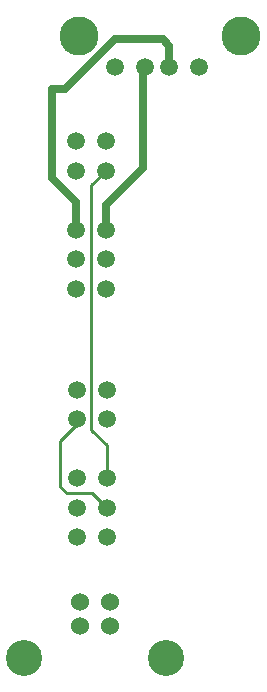
<source format=gbl>
%FSLAX34Y34*%
G04 Gerber Fmt 3.4, Leading zero omitted, Abs format*
G04 (created by PCBNEW (2013-11-28 BZR 4510)-product) date Mon 24 Mar 2014 08:07:24 PM EDT*
%MOIN*%
G01*
G70*
G90*
G04 APERTURE LIST*
%ADD10C,0.005906*%
%ADD11C,0.060000*%
%ADD12C,0.120000*%
%ADD13C,0.059100*%
%ADD14C,0.130000*%
%ADD15C,0.059055*%
%ADD16C,0.010000*%
%ADD17C,0.025000*%
G04 APERTURE END LIST*
G54D10*
G54D11*
X56990Y-46650D03*
X55990Y-46650D03*
X55990Y-47437D03*
X56990Y-47437D03*
G54D12*
X58852Y-48500D03*
X54128Y-48500D03*
G54D13*
X57160Y-28830D03*
X58160Y-28830D03*
X58960Y-28830D03*
X59960Y-28830D03*
G54D14*
X55960Y-27780D03*
X61360Y-27780D03*
G54D15*
X56875Y-42530D03*
X55894Y-42530D03*
X56875Y-43514D03*
X55894Y-43514D03*
X56875Y-44498D03*
X55894Y-44498D03*
X56875Y-40561D03*
X55894Y-40561D03*
X56875Y-39577D03*
X55894Y-39577D03*
X56840Y-34240D03*
X55859Y-34240D03*
X56840Y-35224D03*
X55859Y-35224D03*
X56840Y-36208D03*
X55859Y-36208D03*
X56840Y-32271D03*
X55859Y-32271D03*
X56840Y-31287D03*
X55859Y-31287D03*
G54D16*
X55894Y-40561D02*
X55894Y-40725D01*
X56390Y-43030D02*
X56875Y-43514D01*
X55540Y-43030D02*
X56390Y-43030D01*
X55330Y-42820D02*
X55540Y-43030D01*
X55330Y-41290D02*
X55330Y-42820D01*
X55894Y-40725D02*
X55330Y-41290D01*
X56875Y-42530D02*
X56875Y-41425D01*
X56360Y-32751D02*
X56840Y-32271D01*
X56360Y-40910D02*
X56360Y-32751D01*
X56875Y-41425D02*
X56360Y-40910D01*
G54D17*
X55050Y-29560D02*
X55490Y-29560D01*
X58960Y-28100D02*
X58960Y-28830D01*
X58750Y-27890D02*
X58960Y-28100D01*
X57160Y-27890D02*
X58750Y-27890D01*
X55490Y-29560D02*
X57160Y-27890D01*
X55859Y-34240D02*
X55859Y-33319D01*
X55050Y-32510D02*
X55050Y-29560D01*
X55859Y-33319D02*
X55050Y-32510D01*
X58080Y-32180D02*
X58080Y-28910D01*
X58080Y-28910D02*
X58160Y-28830D01*
X56840Y-34240D02*
X56840Y-33419D01*
X56840Y-33419D02*
X58080Y-32180D01*
M02*

</source>
